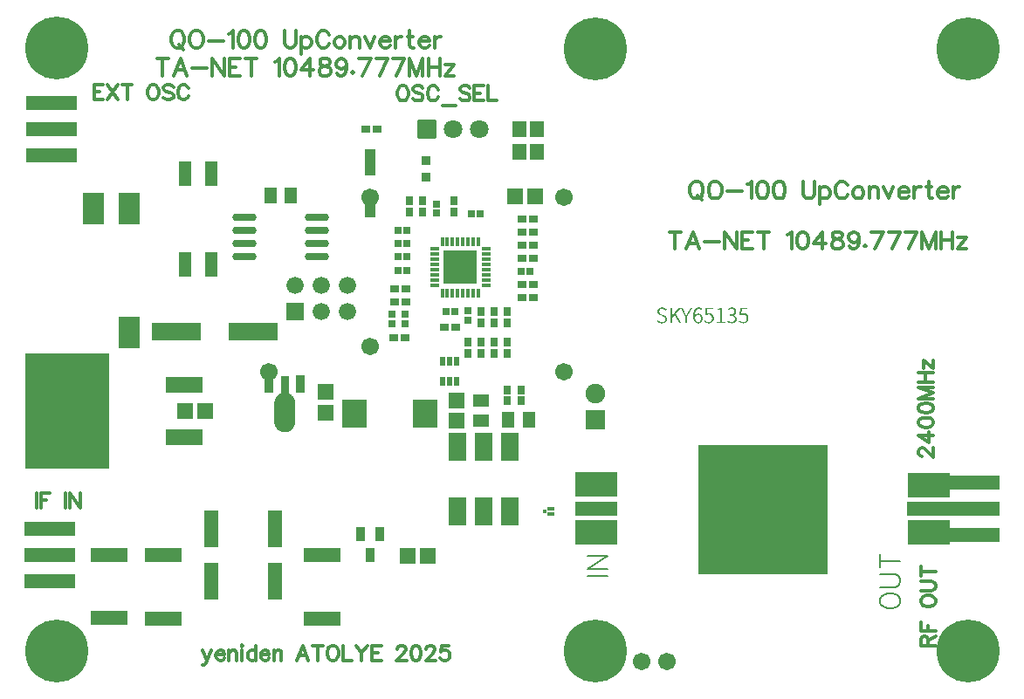
<source format=gts>
G04 Layer: TopSolderMaskLayer*
G04 EasyEDA v6.5.51, 2025-10-24 11:51:23*
G04 97615f8f373a41e584ce2743ba089a90,41e67a4a1722464fbd0118792d3d5ae6,10*
G04 Gerber Generator version 0.2*
G04 Scale: 100 percent, Rotated: No, Reflected: No *
G04 Dimensions in millimeters *
G04 leading zeros omitted , absolute positions ,4 integer and 5 decimal *
%FSLAX45Y45*%
%MOMM*%

%AMMACRO1*4,1,8,-6.271,-6.3008,-6.3008,-6.271,-6.3008,6.2711,-6.271,6.3008,6.271,6.3008,6.3008,6.2711,6.3008,-6.271,6.271,-6.3008,-6.271,-6.3008,0*%
%AMMACRO2*4,1,8,-4.021,-5.5508,-4.0508,-5.521,-4.0508,5.521,-4.021,5.5508,4.021,5.5508,4.0508,5.521,4.0508,-5.521,4.021,-5.5508,-4.021,-5.5508,0*%
%AMMACRO3*4,1,8,-0.8707,-0.9,-0.9,-0.8707,-0.9,0.8707,-0.8707,0.9,0.8707,0.9,0.9,0.8707,0.9,-0.8707,0.8707,-0.9,-0.8707,-0.9,0*%
%AMMACRO4*4,1,8,-0.6211,-0.7508,-0.6508,-0.721,-0.6508,0.7211,-0.6211,0.7508,0.621,0.7508,0.6508,0.7211,0.6508,-0.721,0.621,-0.7508,-0.6211,-0.7508,0*%
%AMMACRO5*4,1,8,-0.9211,-0.9508,-0.9508,-0.921,-0.9508,0.9211,-0.9211,0.9508,0.921,0.9508,0.9508,0.9211,0.9508,-0.921,0.921,-0.9508,-0.9211,-0.9508,0*%
%AMMACRO6*4,1,8,-2.3211,-0.8508,-2.3508,-0.821,-2.3508,0.8211,-2.3211,0.8508,2.321,0.8508,2.3508,0.8211,2.3508,-0.821,2.321,-0.8508,-2.3211,-0.8508,0*%
%AMMACRO7*4,1,8,-0.7261,-0.7258,-0.7558,-0.696,-0.7558,0.6961,-0.7261,0.7258,0.726,0.7258,0.7558,0.6961,0.7558,-0.696,0.726,-0.7258,-0.7261,-0.7258,0*%
%AMMACRO8*4,1,8,-0.3711,-0.6758,-0.4008,-0.646,-0.4008,0.646,-0.3711,0.6758,0.371,0.6758,0.4008,0.646,0.4008,-0.646,0.371,-0.6758,-0.3711,-0.6758,0*%
%AMMACRO9*4,1,8,-1.0211,-1.5508,-1.0508,-1.521,-1.0508,1.5211,-1.0211,1.5508,1.021,1.5508,1.0508,1.5211,1.0508,-1.521,1.021,-1.5508,-1.0211,-1.5508,0*%
%AMMACRO10*4,1,8,-0.6623,-1.7788,-0.6921,-1.749,-0.6921,1.749,-0.6623,1.7788,0.6623,1.7788,0.6921,1.749,0.6921,-1.749,0.6623,-1.7788,-0.6623,-1.7788,0*%
%AMMACRO11*4,1,8,-1.749,-0.6921,-1.7788,-0.6623,-1.7788,0.6623,-1.749,0.6921,1.749,0.6921,1.7788,0.6623,1.7788,-0.6623,1.749,-0.6921,-1.749,-0.6921,0*%
%AMMACRO12*4,1,8,-0.1211,-0.1883,-0.1508,-0.1585,-0.1508,0.1586,-0.1211,0.1883,0.121,0.1883,0.1508,0.1586,0.1508,-0.1585,0.121,-0.1883,-0.1211,-0.1883,0*%
%AMMACRO13*4,1,8,-0.1211,-0.1883,-0.1508,-0.1585,-0.1508,0.1585,-0.1211,0.1883,0.121,0.1883,0.1508,0.1585,0.1508,-0.1585,0.121,-0.1883,-0.1211,-0.1883,0*%
%AMMACRO14*4,1,8,-2.4211,-0.6508,-2.4508,-0.621,-2.4508,0.6211,-2.4211,0.6508,2.421,0.6508,2.4508,0.6211,2.4508,-0.621,2.421,-0.6508,-2.4211,-0.6508,0*%
%AMMACRO15*4,1,8,-0.846,-1.3208,-0.8758,-1.291,-0.8758,1.2911,-0.846,1.3208,0.846,1.3208,0.8758,1.2911,0.8758,-1.291,0.846,-1.3208,-0.846,-1.3208,0*%
%AMMACRO16*4,1,8,-0.6961,-0.7558,-0.7258,-0.726,-0.7258,0.7261,-0.6961,0.7558,0.696,0.7558,0.7258,0.7261,0.7258,-0.726,0.696,-0.7558,-0.6961,-0.7558,0*%
%AMMACRO17*4,1,8,-1.1136,-1.3468,-1.1433,-1.317,-1.1433,1.3171,-1.1136,1.3468,1.1135,1.3468,1.1433,1.3171,1.1433,-1.317,1.1135,-1.3468,-1.1136,-1.3468,0*%
%AMMACRO18*4,1,8,-0.511,-1.2808,-0.5408,-1.251,-0.5408,1.2511,-0.511,1.2808,0.511,1.2808,0.5408,1.2511,0.5408,-1.251,0.511,-1.2808,-0.511,-1.2808,0*%
%AMMACRO19*4,1,8,-0.7095,-0.6171,-0.7393,-0.5873,-0.7393,0.5873,-0.7095,0.6171,0.7095,0.6171,0.7393,0.5873,0.7393,-0.5873,0.7095,-0.6171,-0.7095,-0.6171,0*%
%AMMACRO20*4,1,8,-0.5873,-0.7393,-0.6171,-0.7095,-0.6171,0.7095,-0.5873,0.7393,0.5873,0.7393,0.6171,0.7095,0.6171,-0.7095,0.5873,-0.7393,-0.5873,-0.7393,0*%
%AMMACRO21*4,1,8,-1.7711,-0.8008,-1.8008,-0.771,-1.8008,0.7711,-1.7711,0.8008,1.771,0.8008,1.8008,0.7711,1.8008,-0.771,1.771,-0.8008,-1.7711,-0.8008,0*%
%AMMACRO22*4,1,8,-0.357,-0.8383,-0.3868,-0.8085,-0.3868,0.8086,-0.357,0.8383,0.357,0.8383,0.3868,0.8086,0.3868,-0.8085,0.357,-0.8383,-0.357,-0.8383,0*%
%AMMACRO23*4,1,8,-0.5711,-1.1508,-0.6008,-1.121,-0.6008,1.1211,-0.5711,1.1508,0.571,1.1508,0.6008,1.1211,0.6008,-1.121,0.571,-1.1508,-0.5711,-1.1508,0*%
%AMMACRO24*4,1,8,-0.1706,-0.45,-0.1999,-0.4207,-0.1999,0.4207,-0.1706,0.45,0.1705,0.45,0.1999,0.4207,0.1999,-0.4207,0.1705,-0.45,-0.1706,-0.45,0*%
%AMMACRO25*4,1,8,-0.4207,-0.2,-0.45,-0.1707,-0.45,0.1708,-0.4207,0.2,0.4207,0.2,0.45,0.1708,0.45,-0.1707,0.4207,-0.2,-0.4207,-0.2,0*%
%AMMACRO26*4,1,8,-1.5707,-1.6,-1.6,-1.5707,-1.6,1.5707,-1.5707,1.6,1.5707,1.6,1.6,1.5707,1.6,-1.5707,1.5707,-1.6,-1.5707,-1.6,0*%
%AMMACRO27*4,1,8,-0.1961,-0.4408,-0.2258,-0.411,-0.2258,0.411,-0.1961,0.4408,0.196,0.4408,0.2258,0.411,0.2258,-0.411,0.196,-0.4408,-0.1961,-0.4408,0*%
%AMMACRO28*4,1,8,-0.3039,-0.3208,-0.3336,-0.291,-0.3336,0.2911,-0.3039,0.3208,0.3038,0.3208,0.3336,0.2911,0.3336,-0.291,0.3038,-0.3208,-0.3039,-0.3208,0*%
%AMMACRO29*4,1,8,-0.4161,-0.3208,-0.4458,-0.291,-0.4458,0.2911,-0.4161,0.3208,0.4161,0.3208,0.4458,0.2911,0.4458,-0.291,0.4161,-0.3208,-0.4161,-0.3208,0*%
%AMMACRO30*4,1,8,-0.2911,-0.4458,-0.3208,-0.4161,-0.3208,0.4161,-0.2911,0.4458,0.291,0.4458,0.3208,0.4161,0.3208,-0.4161,0.291,-0.4458,-0.2911,-0.4458,0*%
%AMMACRO31*4,1,8,-0.2911,-0.3336,-0.3208,-0.3038,-0.3208,0.3039,-0.2911,0.3336,0.291,0.3336,0.3208,0.3039,0.3208,-0.3038,0.291,-0.3336,-0.2911,-0.3336,0*%
%AMMACRO32*4,1,8,-0.4211,-0.4508,-0.4508,-0.421,-0.4508,0.4211,-0.4211,0.4508,0.421,0.4508,0.4508,0.4211,0.4508,-0.421,0.421,-0.4508,-0.4211,-0.4508,0*%
%AMMACRO33*4,1,8,-2.0211,-0.651,-2.051,-0.6211,-2.051,0.6211,-2.0211,0.651,2.0211,0.651,2.051,0.6211,2.051,-0.6211,2.0211,-0.651,-2.0211,-0.651,0*%
%AMMACRO34*4,1,8,-2.0211,-1.151,-2.051,-1.1211,-2.051,1.1211,-2.0211,1.151,2.0211,1.151,2.051,1.1211,2.051,-1.1211,2.0211,-1.151,-2.0211,-1.151,0*%
%AMMACRO35*4,1,8,-0.8085,-0.8382,-0.8382,-0.8084,-0.8382,0.8085,-0.8085,0.8382,0.8084,0.8382,0.8382,0.8085,0.8382,-0.8084,0.8084,-0.8382,-0.8085,-0.8382,0*%
%AMMACRO36*4,1,8,-0.8211,-0.8508,-0.8508,-0.821,-0.8508,0.8211,-0.8211,0.8508,0.821,0.8508,0.8508,0.8211,0.8508,-0.821,0.821,-0.8508,-0.8211,-0.8508,0*%
%ADD10C,0.3000*%
%ADD11C,0.2032*%
%ADD12MACRO1*%
%ADD13MACRO2*%
%ADD14MACRO3*%
%ADD15C,1.8000*%
%ADD16MACRO4*%
%ADD17C,1.9016*%
%ADD18MACRO5*%
%ADD19C,0.0104*%
%ADD20MACRO6*%
%ADD21MACRO7*%
%ADD22MACRO8*%
%ADD23MACRO9*%
%ADD24MACRO10*%
%ADD25MACRO11*%
%ADD26MACRO12*%
%ADD27MACRO13*%
%ADD28MACRO14*%
%ADD29MACRO15*%
%ADD30MACRO16*%
%ADD31MACRO17*%
%ADD32MACRO18*%
%ADD33MACRO19*%
%ADD34MACRO20*%
%ADD35MACRO21*%
%ADD36MACRO22*%
%ADD37MACRO23*%
%ADD38O,2.351608X0.731596*%
%ADD39MACRO24*%
%ADD40MACRO25*%
%ADD41MACRO26*%
%ADD42MACRO27*%
%ADD43MACRO28*%
%ADD44MACRO29*%
%ADD45MACRO30*%
%ADD46MACRO31*%
%ADD47MACRO32*%
%ADD48MACRO33*%
%ADD49MACRO34*%
%ADD50C,1.7016*%
%ADD51C,1.6764*%
%ADD52MACRO35*%
%ADD53C,6.1016*%
%ADD54MACRO36*%

%LPD*%
G36*
X6199581Y-5847842D02*
G01*
X6193129Y-5848197D01*
X6187033Y-5849162D01*
X6181293Y-5850737D01*
X6175959Y-5852922D01*
X6171082Y-5855614D01*
X6166713Y-5858814D01*
X6162903Y-5862472D01*
X6159652Y-5866587D01*
X6157112Y-5871108D01*
X6155182Y-5875985D01*
X6154013Y-5881217D01*
X6153607Y-5886704D01*
X6154369Y-5894273D01*
X6156401Y-5900877D01*
X6159550Y-5906566D01*
X6163614Y-5911443D01*
X6168237Y-5915609D01*
X6173317Y-5919114D01*
X6178600Y-5922060D01*
X6183833Y-5924550D01*
X6210604Y-5936284D01*
X6215430Y-5938672D01*
X6219748Y-5941212D01*
X6223457Y-5944057D01*
X6226556Y-5947359D01*
X6228892Y-5951220D01*
X6230315Y-5955893D01*
X6230823Y-5961380D01*
X6230264Y-5966866D01*
X6228588Y-5971844D01*
X6225844Y-5976213D01*
X6222085Y-5979922D01*
X6217361Y-5982919D01*
X6211773Y-5985154D01*
X6205321Y-5986576D01*
X6198057Y-5987034D01*
X6192215Y-5986678D01*
X6186474Y-5985713D01*
X6180836Y-5984087D01*
X6175451Y-5981903D01*
X6170218Y-5979210D01*
X6165342Y-5976010D01*
X6160719Y-5972352D01*
X6156401Y-5968238D01*
X6146241Y-5979668D01*
X6151321Y-5984544D01*
X6156807Y-5988913D01*
X6162700Y-5992672D01*
X6168999Y-5995873D01*
X6175705Y-5998413D01*
X6182817Y-6000242D01*
X6190234Y-6001359D01*
X6198057Y-6001766D01*
X6205474Y-6001410D01*
X6212332Y-6000292D01*
X6218732Y-5998565D01*
X6224524Y-5996178D01*
X6229756Y-5993180D01*
X6234379Y-5989726D01*
X6238392Y-5985713D01*
X6241745Y-5981293D01*
X6244386Y-5976467D01*
X6246266Y-5971336D01*
X6247434Y-5965850D01*
X6247841Y-5960110D01*
X6247231Y-5952388D01*
X6245453Y-5945632D01*
X6242608Y-5939790D01*
X6238849Y-5934760D01*
X6234328Y-5930442D01*
X6229096Y-5926683D01*
X6223304Y-5923381D01*
X6217107Y-5920486D01*
X6191199Y-5909411D01*
X6182614Y-5904941D01*
X6178804Y-5902198D01*
X6175502Y-5898997D01*
X6172911Y-5895187D01*
X6171234Y-5890717D01*
X6170625Y-5885434D01*
X6171184Y-5880455D01*
X6172758Y-5875985D01*
X6175248Y-5872073D01*
X6178651Y-5868771D01*
X6182868Y-5866130D01*
X6187795Y-5864199D01*
X6193383Y-5862980D01*
X6199581Y-5862574D01*
X6204762Y-5862828D01*
X6209690Y-5863590D01*
X6214262Y-5864809D01*
X6218631Y-5866434D01*
X6222746Y-5868517D01*
X6226657Y-5870956D01*
X6230366Y-5873699D01*
X6233871Y-5876798D01*
X6242761Y-5866130D01*
X6238748Y-5862269D01*
X6234226Y-5858764D01*
X6229350Y-5855665D01*
X6224066Y-5852972D01*
X6218377Y-5850839D01*
X6212433Y-5849213D01*
X6206134Y-5848197D01*
G37*
G36*
X6555689Y-5847842D02*
G01*
X6551472Y-5847994D01*
X6547256Y-5848502D01*
X6543141Y-5849366D01*
X6539077Y-5850585D01*
X6535166Y-5852160D01*
X6531356Y-5854141D01*
X6527698Y-5856528D01*
X6524193Y-5859322D01*
X6520840Y-5862523D01*
X6517741Y-5866130D01*
X6514795Y-5870194D01*
X6512102Y-5874715D01*
X6509664Y-5879744D01*
X6507530Y-5885180D01*
X6505651Y-5891123D01*
X6504025Y-5897575D01*
X6502755Y-5904534D01*
X6501841Y-5912053D01*
X6501282Y-5920079D01*
X6501079Y-5928614D01*
X6501491Y-5939282D01*
X6517081Y-5939282D01*
X6520992Y-5934354D01*
X6525006Y-5930188D01*
X6529070Y-5926785D01*
X6533134Y-5924042D01*
X6537198Y-5922010D01*
X6541160Y-5920587D01*
X6544970Y-5919724D01*
X6548577Y-5919470D01*
X6555282Y-5920079D01*
X6560972Y-5921959D01*
X6565798Y-5924905D01*
X6569709Y-5928918D01*
X6572707Y-5933897D01*
X6574840Y-5939739D01*
X6576110Y-5946394D01*
X6576517Y-5953760D01*
X6576009Y-5961176D01*
X6574536Y-5967882D01*
X6572148Y-5973826D01*
X6568998Y-5978855D01*
X6565138Y-5982970D01*
X6560667Y-5986018D01*
X6555740Y-5987897D01*
X6550355Y-5988558D01*
X6545580Y-5988202D01*
X6541160Y-5987084D01*
X6537096Y-5985306D01*
X6533388Y-5982766D01*
X6530035Y-5979617D01*
X6527088Y-5975756D01*
X6524447Y-5971235D01*
X6522212Y-5966053D01*
X6520383Y-5960262D01*
X6518909Y-5953861D01*
X6517792Y-5946851D01*
X6517081Y-5939282D01*
X6501491Y-5939282D01*
X6502044Y-5945682D01*
X6503162Y-5953404D01*
X6504736Y-5960516D01*
X6506718Y-5967069D01*
X6509105Y-5973064D01*
X6511848Y-5978499D01*
X6514947Y-5983376D01*
X6518402Y-5987694D01*
X6522161Y-5991402D01*
X6526225Y-5994552D01*
X6530543Y-5997143D01*
X6535166Y-5999175D01*
X6539992Y-6000597D01*
X6545072Y-6001461D01*
X6550355Y-6001766D01*
X6555943Y-6001359D01*
X6561328Y-6000191D01*
X6566458Y-5998311D01*
X6571284Y-5995720D01*
X6575755Y-5992418D01*
X6579819Y-5988507D01*
X6583375Y-5984036D01*
X6586423Y-5978956D01*
X6588912Y-5973368D01*
X6590741Y-5967272D01*
X6591909Y-5960719D01*
X6592265Y-5953760D01*
X6591960Y-5946343D01*
X6590995Y-5939586D01*
X6589369Y-5933440D01*
X6587185Y-5927953D01*
X6584442Y-5923076D01*
X6581140Y-5918911D01*
X6577330Y-5915355D01*
X6572961Y-5912459D01*
X6568186Y-5910173D01*
X6562902Y-5908598D01*
X6557213Y-5907582D01*
X6551117Y-5907278D01*
X6546596Y-5907582D01*
X6542074Y-5908548D01*
X6537502Y-5910021D01*
X6533032Y-5912104D01*
X6528663Y-5914694D01*
X6524498Y-5917793D01*
X6520535Y-5921349D01*
X6516827Y-5925312D01*
X6517182Y-5916777D01*
X6517894Y-5908954D01*
X6518960Y-5901791D01*
X6520383Y-5895340D01*
X6522110Y-5889498D01*
X6524142Y-5884265D01*
X6526428Y-5879642D01*
X6529019Y-5875629D01*
X6531813Y-5872175D01*
X6534810Y-5869228D01*
X6538010Y-5866790D01*
X6541363Y-5864860D01*
X6544919Y-5863386D01*
X6548577Y-5862370D01*
X6552336Y-5861761D01*
X6556197Y-5861558D01*
X6562852Y-5862370D01*
X6569202Y-5864606D01*
X6575044Y-5868212D01*
X6580073Y-5872988D01*
X6589471Y-5862574D01*
X6586321Y-5859526D01*
X6582867Y-5856732D01*
X6579158Y-5854242D01*
X6575145Y-5852058D01*
X6570827Y-5850280D01*
X6566153Y-5848959D01*
X6561124Y-5848146D01*
G37*
G36*
X6876745Y-5847842D02*
G01*
X6870547Y-5848197D01*
X6864705Y-5849213D01*
X6859219Y-5850788D01*
X6854037Y-5852871D01*
X6849109Y-5855462D01*
X6844487Y-5858459D01*
X6840067Y-5861761D01*
X6835851Y-5865368D01*
X6844995Y-5876036D01*
X6851700Y-5870244D01*
X6859219Y-5865622D01*
X6867398Y-5862523D01*
X6876237Y-5861304D01*
X6881977Y-5861812D01*
X6887057Y-5863183D01*
X6891477Y-5865317D01*
X6895185Y-5868212D01*
X6898182Y-5871768D01*
X6900367Y-5875934D01*
X6901688Y-5880658D01*
X6902145Y-5885942D01*
X6901942Y-5890006D01*
X6901230Y-5893866D01*
X6900011Y-5897524D01*
X6898233Y-5900928D01*
X6895896Y-5904077D01*
X6892950Y-5906871D01*
X6889343Y-5909360D01*
X6885076Y-5911443D01*
X6880098Y-5913120D01*
X6874357Y-5914390D01*
X6867855Y-5915152D01*
X6860489Y-5915406D01*
X6860489Y-5928360D01*
X6868668Y-5928614D01*
X6875983Y-5929376D01*
X6882434Y-5930595D01*
X6888022Y-5932271D01*
X6892848Y-5934354D01*
X6896963Y-5936894D01*
X6900316Y-5939739D01*
X6903008Y-5942990D01*
X6904990Y-5946597D01*
X6906412Y-5950458D01*
X6907225Y-5954674D01*
X6907479Y-5959094D01*
X6906920Y-5965444D01*
X6905193Y-5971133D01*
X6902450Y-5976061D01*
X6898741Y-5980226D01*
X6894220Y-5983579D01*
X6888937Y-5986018D01*
X6882993Y-5987542D01*
X6876491Y-5988050D01*
X6870141Y-5987694D01*
X6864350Y-5986627D01*
X6859066Y-5984951D01*
X6854291Y-5982766D01*
X6849922Y-5980176D01*
X6845909Y-5977229D01*
X6838899Y-5970778D01*
X6830263Y-5981446D01*
X6834124Y-5985306D01*
X6838492Y-5989015D01*
X6843369Y-5992469D01*
X6848856Y-5995517D01*
X6854952Y-5998108D01*
X6861759Y-6000038D01*
X6869226Y-6001308D01*
X6877507Y-6001766D01*
X6883908Y-6001461D01*
X6890003Y-6000496D01*
X6895744Y-5998921D01*
X6901129Y-5996686D01*
X6906107Y-5993942D01*
X6910628Y-5990590D01*
X6914540Y-5986678D01*
X6917893Y-5982258D01*
X6920585Y-5977331D01*
X6922617Y-5971895D01*
X6923836Y-5966002D01*
X6924243Y-5959602D01*
X6923633Y-5952236D01*
X6921753Y-5945530D01*
X6918858Y-5939586D01*
X6914946Y-5934354D01*
X6910273Y-5929934D01*
X6904888Y-5926277D01*
X6898894Y-5923483D01*
X6892493Y-5921502D01*
X6892493Y-5920740D01*
X6898182Y-5918352D01*
X6903313Y-5915355D01*
X6907885Y-5911748D01*
X6911746Y-5907582D01*
X6914896Y-5902756D01*
X6917232Y-5897372D01*
X6918655Y-5891326D01*
X6919163Y-5884672D01*
X6918807Y-5879033D01*
X6917740Y-5873851D01*
X6915962Y-5869076D01*
X6913575Y-5864758D01*
X6910628Y-5860897D01*
X6907123Y-5857494D01*
X6903110Y-5854598D01*
X6898589Y-5852210D01*
X6893661Y-5850331D01*
X6888378Y-5848959D01*
X6882739Y-5848146D01*
G37*
G36*
X6277559Y-5850382D02*
G01*
X6277559Y-5999226D01*
X6294577Y-5999226D01*
X6294577Y-5951220D01*
X6320993Y-5919724D01*
X6366713Y-5999226D01*
X6385509Y-5999226D01*
X6331915Y-5906770D01*
X6378651Y-5850382D01*
X6359347Y-5850382D01*
X6294831Y-5927090D01*
X6294577Y-5927090D01*
X6294577Y-5850382D01*
G37*
G36*
X6383223Y-5850382D02*
G01*
X6427927Y-5940806D01*
X6427927Y-5999226D01*
X6444691Y-5999226D01*
X6444691Y-5940806D01*
X6489395Y-5850382D01*
X6472123Y-5850382D01*
X6436817Y-5926074D01*
X6436055Y-5926074D01*
X6401257Y-5850382D01*
G37*
G36*
X6623507Y-5850382D02*
G01*
X6618681Y-5919470D01*
X6627825Y-5925312D01*
X6634022Y-5921451D01*
X6639966Y-5918657D01*
X6646214Y-5916980D01*
X6653225Y-5916422D01*
X6660134Y-5917031D01*
X6666331Y-5918809D01*
X6671767Y-5921756D01*
X6676339Y-5925769D01*
X6680047Y-5930798D01*
X6682740Y-5936792D01*
X6684416Y-5943701D01*
X6684975Y-5951474D01*
X6684314Y-5959449D01*
X6682384Y-5966612D01*
X6679387Y-5972860D01*
X6675374Y-5978144D01*
X6670497Y-5982360D01*
X6664959Y-5985459D01*
X6658813Y-5987389D01*
X6652209Y-5988050D01*
X6645960Y-5987694D01*
X6640271Y-5986627D01*
X6635089Y-5985052D01*
X6630365Y-5982919D01*
X6626047Y-5980379D01*
X6622135Y-5977534D01*
X6618478Y-5974486D01*
X6615125Y-5971286D01*
X6606743Y-5982208D01*
X6610654Y-5985916D01*
X6615023Y-5989472D01*
X6619900Y-5992774D01*
X6625285Y-5995720D01*
X6631330Y-5998210D01*
X6638036Y-6000089D01*
X6645503Y-6001359D01*
X6653733Y-6001766D01*
X6659880Y-6001410D01*
X6665874Y-6000242D01*
X6671665Y-5998413D01*
X6677152Y-5995822D01*
X6682282Y-5992520D01*
X6687007Y-5988558D01*
X6691172Y-5983884D01*
X6694779Y-5978601D01*
X6697725Y-5972606D01*
X6699910Y-5966002D01*
X6701281Y-5958789D01*
X6701739Y-5950966D01*
X6701332Y-5943142D01*
X6700164Y-5936081D01*
X6698234Y-5929731D01*
X6695643Y-5924092D01*
X6692442Y-5919165D01*
X6688683Y-5914948D01*
X6684416Y-5911392D01*
X6679641Y-5908497D01*
X6674561Y-5906262D01*
X6669074Y-5904738D01*
X6663283Y-5903772D01*
X6657289Y-5903468D01*
X6650685Y-5903925D01*
X6644741Y-5905195D01*
X6639255Y-5907227D01*
X6633921Y-5909818D01*
X6637985Y-5864606D01*
X6694627Y-5864606D01*
X6694627Y-5850382D01*
G37*
G36*
X6768033Y-5850382D02*
G01*
X6761835Y-5853734D01*
X6754825Y-5856528D01*
X6746900Y-5858764D01*
X6737807Y-5860542D01*
X6737807Y-5871464D01*
X6763969Y-5871464D01*
X6763969Y-5985510D01*
X6730695Y-5985510D01*
X6730695Y-5999226D01*
X6810705Y-5999226D01*
X6810705Y-5985510D01*
X6780479Y-5985510D01*
X6780479Y-5850382D01*
G37*
G36*
X6958025Y-5850382D02*
G01*
X6953453Y-5919470D01*
X6962597Y-5925312D01*
X6968744Y-5921451D01*
X6974636Y-5918657D01*
X6980732Y-5916980D01*
X6987743Y-5916422D01*
X6994652Y-5917031D01*
X7000900Y-5918809D01*
X7006386Y-5921756D01*
X7011009Y-5925769D01*
X7014718Y-5930798D01*
X7017461Y-5936792D01*
X7019188Y-5943701D01*
X7019747Y-5951474D01*
X7019086Y-5959449D01*
X7017156Y-5966612D01*
X7014108Y-5972860D01*
X7010044Y-5978144D01*
X7005167Y-5982360D01*
X6999630Y-5985459D01*
X6993534Y-5987389D01*
X6986981Y-5988050D01*
X6980631Y-5987694D01*
X6974890Y-5986627D01*
X6969658Y-5985052D01*
X6964934Y-5982919D01*
X6960666Y-5980379D01*
X6956755Y-5977534D01*
X6953199Y-5974486D01*
X6949897Y-5971286D01*
X6941515Y-5982208D01*
X6945426Y-5985916D01*
X6949744Y-5989472D01*
X6954570Y-5992774D01*
X6959955Y-5995720D01*
X6966000Y-5998210D01*
X6972706Y-6000089D01*
X6980174Y-6001359D01*
X6988505Y-6001766D01*
X6994601Y-6001410D01*
X7000544Y-6000242D01*
X7006285Y-5998413D01*
X7011720Y-5995822D01*
X7016851Y-5992520D01*
X7021525Y-5988558D01*
X7025741Y-5983884D01*
X7029297Y-5978601D01*
X7032244Y-5972606D01*
X7034428Y-5966002D01*
X7035800Y-5958789D01*
X7036257Y-5950966D01*
X7035850Y-5943142D01*
X7034682Y-5936081D01*
X7032802Y-5929731D01*
X7030212Y-5924092D01*
X7027062Y-5919165D01*
X7023303Y-5914948D01*
X7019036Y-5911392D01*
X7014311Y-5908497D01*
X7009180Y-5906262D01*
X7003694Y-5904738D01*
X6997852Y-5903772D01*
X6991807Y-5903468D01*
X6985203Y-5903925D01*
X6979310Y-5905195D01*
X6973874Y-5907227D01*
X6968693Y-5909818D01*
X6972757Y-5864606D01*
X7029145Y-5864606D01*
X7029145Y-5850382D01*
G37*
D10*
X6325664Y-5113273D02*
G01*
X6325664Y-5280405D01*
X6270038Y-5113273D02*
G01*
X6381290Y-5113273D01*
X6497368Y-5113273D02*
G01*
X6433868Y-5280405D01*
X6497368Y-5113273D02*
G01*
X6561122Y-5280405D01*
X6457744Y-5224779D02*
G01*
X6537246Y-5224779D01*
X6613700Y-5208778D02*
G01*
X6756702Y-5208778D01*
X6809280Y-5113273D02*
G01*
X6809280Y-5280405D01*
X6809280Y-5113273D02*
G01*
X6920786Y-5280405D01*
X6920786Y-5113273D02*
G01*
X6920786Y-5280405D01*
X6973110Y-5113273D02*
G01*
X6973110Y-5280405D01*
X6973110Y-5113273D02*
G01*
X7076488Y-5113273D01*
X6973110Y-5193029D02*
G01*
X7036864Y-5193029D01*
X6973110Y-5280405D02*
G01*
X7076488Y-5280405D01*
X7184692Y-5113273D02*
G01*
X7184692Y-5280405D01*
X7129066Y-5113273D02*
G01*
X7240318Y-5113273D01*
X7415324Y-5145278D02*
G01*
X7431326Y-5137150D01*
X7455202Y-5113273D01*
X7455202Y-5280405D01*
X7555532Y-5113273D02*
G01*
X7531656Y-5121402D01*
X7515654Y-5145278D01*
X7507780Y-5184902D01*
X7507780Y-5208778D01*
X7515654Y-5248655D01*
X7531656Y-5272531D01*
X7555532Y-5280405D01*
X7571280Y-5280405D01*
X7595156Y-5272531D01*
X7611158Y-5248655D01*
X7619032Y-5208778D01*
X7619032Y-5184902D01*
X7611158Y-5145278D01*
X7595156Y-5121402D01*
X7571280Y-5113273D01*
X7555532Y-5113273D01*
X7751112Y-5113273D02*
G01*
X7671610Y-5224779D01*
X7790990Y-5224779D01*
X7751112Y-5113273D02*
G01*
X7751112Y-5280405D01*
X7883192Y-5113273D02*
G01*
X7859316Y-5121402D01*
X7851442Y-5137150D01*
X7851442Y-5153152D01*
X7859316Y-5169154D01*
X7875318Y-5177028D01*
X7907068Y-5184902D01*
X7930944Y-5193029D01*
X7946692Y-5208778D01*
X7954820Y-5224779D01*
X7954820Y-5248655D01*
X7946692Y-5264404D01*
X7938818Y-5272531D01*
X7914942Y-5280405D01*
X7883192Y-5280405D01*
X7859316Y-5272531D01*
X7851442Y-5264404D01*
X7843314Y-5248655D01*
X7843314Y-5224779D01*
X7851442Y-5208778D01*
X7867190Y-5193029D01*
X7891066Y-5184902D01*
X7922816Y-5177028D01*
X7938818Y-5169154D01*
X7946692Y-5153152D01*
X7946692Y-5137150D01*
X7938818Y-5121402D01*
X7914942Y-5113273D01*
X7883192Y-5113273D01*
X8110776Y-5169154D02*
G01*
X8102648Y-5193029D01*
X8086900Y-5208778D01*
X8063024Y-5216905D01*
X8054896Y-5216905D01*
X8031020Y-5208778D01*
X8015272Y-5193029D01*
X8007144Y-5169154D01*
X8007144Y-5161026D01*
X8015272Y-5137150D01*
X8031020Y-5121402D01*
X8054896Y-5113273D01*
X8063024Y-5113273D01*
X8086900Y-5121402D01*
X8102648Y-5137150D01*
X8110776Y-5169154D01*
X8110776Y-5208778D01*
X8102648Y-5248655D01*
X8086900Y-5272531D01*
X8063024Y-5280405D01*
X8047022Y-5280405D01*
X8023146Y-5272531D01*
X8015272Y-5256529D01*
X8171228Y-5240781D02*
G01*
X8163100Y-5248655D01*
X8171228Y-5256529D01*
X8179102Y-5248655D01*
X8171228Y-5240781D01*
X8342932Y-5113273D02*
G01*
X8263430Y-5280405D01*
X8231680Y-5113273D02*
G01*
X8342932Y-5113273D01*
X8506762Y-5113273D02*
G01*
X8427260Y-5280405D01*
X8395510Y-5113273D02*
G01*
X8506762Y-5113273D01*
X8670592Y-5113273D02*
G01*
X8591090Y-5280405D01*
X8559340Y-5113273D02*
G01*
X8670592Y-5113273D01*
X8723170Y-5113273D02*
G01*
X8723170Y-5280405D01*
X8723170Y-5113273D02*
G01*
X8786924Y-5280405D01*
X8850424Y-5113273D02*
G01*
X8786924Y-5280405D01*
X8850424Y-5113273D02*
G01*
X8850424Y-5280405D01*
X8903002Y-5113273D02*
G01*
X8903002Y-5280405D01*
X9014254Y-5113273D02*
G01*
X9014254Y-5280405D01*
X8903002Y-5193029D02*
G01*
X9014254Y-5193029D01*
X9154208Y-5169154D02*
G01*
X9066832Y-5280405D01*
X9066832Y-5169154D02*
G01*
X9154208Y-5169154D01*
X9066832Y-5280405D02*
G01*
X9154208Y-5280405D01*
X6517688Y-4623307D02*
G01*
X6501686Y-4631436D01*
X6485938Y-4647184D01*
X6478064Y-4663186D01*
X6469936Y-4687062D01*
X6469936Y-4726686D01*
X6478064Y-4750562D01*
X6485938Y-4766563D01*
X6501686Y-4782565D01*
X6517688Y-4790439D01*
X6549438Y-4790439D01*
X6565440Y-4782565D01*
X6581442Y-4766563D01*
X6589316Y-4750562D01*
X6597190Y-4726686D01*
X6597190Y-4687062D01*
X6589316Y-4663186D01*
X6581442Y-4647184D01*
X6565440Y-4631436D01*
X6549438Y-4623307D01*
X6517688Y-4623307D01*
X6541564Y-4758689D02*
G01*
X6589316Y-4806442D01*
X6697520Y-4623307D02*
G01*
X6681518Y-4631436D01*
X6665770Y-4647184D01*
X6657642Y-4663186D01*
X6649768Y-4687062D01*
X6649768Y-4726686D01*
X6657642Y-4750562D01*
X6665770Y-4766563D01*
X6681518Y-4782565D01*
X6697520Y-4790439D01*
X6729270Y-4790439D01*
X6745272Y-4782565D01*
X6761020Y-4766563D01*
X6769148Y-4750562D01*
X6777022Y-4726686D01*
X6777022Y-4687062D01*
X6769148Y-4663186D01*
X6761020Y-4647184D01*
X6745272Y-4631436D01*
X6729270Y-4623307D01*
X6697520Y-4623307D01*
X6829600Y-4718812D02*
G01*
X6972602Y-4718812D01*
X7025180Y-4655312D02*
G01*
X7041182Y-4647184D01*
X7065058Y-4623307D01*
X7065058Y-4790439D01*
X7165134Y-4623307D02*
G01*
X7141258Y-4631436D01*
X7125510Y-4655312D01*
X7117382Y-4694936D01*
X7117382Y-4718812D01*
X7125510Y-4758689D01*
X7141258Y-4782565D01*
X7165134Y-4790439D01*
X7181136Y-4790439D01*
X7205012Y-4782565D01*
X7221014Y-4758689D01*
X7228888Y-4718812D01*
X7228888Y-4694936D01*
X7221014Y-4655312D01*
X7205012Y-4631436D01*
X7181136Y-4623307D01*
X7165134Y-4623307D01*
X7328964Y-4623307D02*
G01*
X7305088Y-4631436D01*
X7289340Y-4655312D01*
X7281466Y-4694936D01*
X7281466Y-4718812D01*
X7289340Y-4758689D01*
X7305088Y-4782565D01*
X7328964Y-4790439D01*
X7344966Y-4790439D01*
X7368842Y-4782565D01*
X7384844Y-4758689D01*
X7392718Y-4718812D01*
X7392718Y-4694936D01*
X7384844Y-4655312D01*
X7368842Y-4631436D01*
X7344966Y-4623307D01*
X7328964Y-4623307D01*
X7567724Y-4623307D02*
G01*
X7567724Y-4742687D01*
X7575598Y-4766563D01*
X7591600Y-4782565D01*
X7615476Y-4790439D01*
X7631224Y-4790439D01*
X7655100Y-4782565D01*
X7671102Y-4766563D01*
X7678976Y-4742687D01*
X7678976Y-4623307D01*
X7731554Y-4679187D02*
G01*
X7731554Y-4846065D01*
X7731554Y-4703063D02*
G01*
X7747556Y-4687062D01*
X7763304Y-4679187D01*
X7787180Y-4679187D01*
X7803182Y-4687062D01*
X7819184Y-4703063D01*
X7827058Y-4726686D01*
X7827058Y-4742687D01*
X7819184Y-4766563D01*
X7803182Y-4782565D01*
X7787180Y-4790439D01*
X7763304Y-4790439D01*
X7747556Y-4782565D01*
X7731554Y-4766563D01*
X7998762Y-4663186D02*
G01*
X7990888Y-4647184D01*
X7974886Y-4631436D01*
X7959138Y-4623307D01*
X7927134Y-4623307D01*
X7911386Y-4631436D01*
X7895384Y-4647184D01*
X7887510Y-4663186D01*
X7879636Y-4687062D01*
X7879636Y-4726686D01*
X7887510Y-4750562D01*
X7895384Y-4766563D01*
X7911386Y-4782565D01*
X7927134Y-4790439D01*
X7959138Y-4790439D01*
X7974886Y-4782565D01*
X7990888Y-4766563D01*
X7998762Y-4750562D01*
X8091218Y-4679187D02*
G01*
X8075216Y-4687062D01*
X8059214Y-4703063D01*
X8051340Y-4726686D01*
X8051340Y-4742687D01*
X8059214Y-4766563D01*
X8075216Y-4782565D01*
X8091218Y-4790439D01*
X8115094Y-4790439D01*
X8130842Y-4782565D01*
X8146844Y-4766563D01*
X8154718Y-4742687D01*
X8154718Y-4726686D01*
X8146844Y-4703063D01*
X8130842Y-4687062D01*
X8115094Y-4679187D01*
X8091218Y-4679187D01*
X8207296Y-4679187D02*
G01*
X8207296Y-4790439D01*
X8207296Y-4710937D02*
G01*
X8231172Y-4687062D01*
X8246920Y-4679187D01*
X8270796Y-4679187D01*
X8286798Y-4687062D01*
X8294672Y-4710937D01*
X8294672Y-4790439D01*
X8347250Y-4679187D02*
G01*
X8395002Y-4790439D01*
X8442754Y-4679187D02*
G01*
X8395002Y-4790439D01*
X8495332Y-4726686D02*
G01*
X8590582Y-4726686D01*
X8590582Y-4710937D01*
X8582708Y-4694936D01*
X8574834Y-4687062D01*
X8558832Y-4679187D01*
X8534956Y-4679187D01*
X8518954Y-4687062D01*
X8503206Y-4703063D01*
X8495332Y-4726686D01*
X8495332Y-4742687D01*
X8503206Y-4766563D01*
X8518954Y-4782565D01*
X8534956Y-4790439D01*
X8558832Y-4790439D01*
X8574834Y-4782565D01*
X8590582Y-4766563D01*
X8643160Y-4679187D02*
G01*
X8643160Y-4790439D01*
X8643160Y-4726686D02*
G01*
X8651034Y-4703063D01*
X8667036Y-4687062D01*
X8683038Y-4679187D01*
X8706914Y-4679187D01*
X8783114Y-4623307D02*
G01*
X8783114Y-4758689D01*
X8791242Y-4782565D01*
X8806990Y-4790439D01*
X8822992Y-4790439D01*
X8759238Y-4679187D02*
G01*
X8814864Y-4679187D01*
X8875316Y-4726686D02*
G01*
X8970820Y-4726686D01*
X8970820Y-4710937D01*
X8962946Y-4694936D01*
X8955072Y-4687062D01*
X8939070Y-4679187D01*
X8915194Y-4679187D01*
X8899192Y-4687062D01*
X8883444Y-4703063D01*
X8875316Y-4726686D01*
X8875316Y-4742687D01*
X8883444Y-4766563D01*
X8899192Y-4782565D01*
X8915194Y-4790439D01*
X8939070Y-4790439D01*
X8955072Y-4782565D01*
X8970820Y-4766563D01*
X9023398Y-4679187D02*
G01*
X9023398Y-4790439D01*
X9023398Y-4726686D02*
G01*
X9031272Y-4703063D01*
X9047274Y-4687062D01*
X9063276Y-4679187D01*
X9087152Y-4679187D01*
X130047Y-7648702D02*
G01*
X130047Y-7791704D01*
X175005Y-7648702D02*
G01*
X175005Y-7791704D01*
X175005Y-7648702D02*
G01*
X263652Y-7648702D01*
X175005Y-7716773D02*
G01*
X229615Y-7716773D01*
X413512Y-7648702D02*
G01*
X413512Y-7791704D01*
X458723Y-7648702D02*
G01*
X458723Y-7791704D01*
X458723Y-7648702D02*
G01*
X553973Y-7791704D01*
X553973Y-7648702D02*
G01*
X553973Y-7791704D01*
X1746757Y-9176258D02*
G01*
X1787652Y-9271762D01*
X1828545Y-9176258D02*
G01*
X1787652Y-9271762D01*
X1774189Y-9299194D01*
X1760473Y-9312655D01*
X1746757Y-9319513D01*
X1739900Y-9319513D01*
X1873757Y-9217152D02*
G01*
X1955545Y-9217152D01*
X1955545Y-9203689D01*
X1948688Y-9189974D01*
X1941829Y-9183115D01*
X1928113Y-9176258D01*
X1907794Y-9176258D01*
X1894078Y-9183115D01*
X1880362Y-9196831D01*
X1873757Y-9217152D01*
X1873757Y-9230868D01*
X1880362Y-9251442D01*
X1894078Y-9264904D01*
X1907794Y-9271762D01*
X1928113Y-9271762D01*
X1941829Y-9264904D01*
X1955545Y-9251442D01*
X2000504Y-9176258D02*
G01*
X2000504Y-9271762D01*
X2000504Y-9203689D02*
G01*
X2020824Y-9183115D01*
X2034540Y-9176258D01*
X2055113Y-9176258D01*
X2068575Y-9183115D01*
X2075434Y-9203689D01*
X2075434Y-9271762D01*
X2120391Y-9128505D02*
G01*
X2127250Y-9135363D01*
X2134108Y-9128505D01*
X2127250Y-9121902D01*
X2120391Y-9128505D01*
X2127250Y-9176258D02*
G01*
X2127250Y-9271762D01*
X2260854Y-9128505D02*
G01*
X2260854Y-9271762D01*
X2260854Y-9196831D02*
G01*
X2247391Y-9183115D01*
X2233675Y-9176258D01*
X2213102Y-9176258D01*
X2199640Y-9183115D01*
X2185924Y-9196831D01*
X2179065Y-9217152D01*
X2179065Y-9230868D01*
X2185924Y-9251442D01*
X2199640Y-9264904D01*
X2213102Y-9271762D01*
X2233675Y-9271762D01*
X2247391Y-9264904D01*
X2260854Y-9251442D01*
X2305811Y-9217152D02*
G01*
X2387854Y-9217152D01*
X2387854Y-9203689D01*
X2380995Y-9189974D01*
X2374138Y-9183115D01*
X2360422Y-9176258D01*
X2340102Y-9176258D01*
X2326386Y-9183115D01*
X2312670Y-9196831D01*
X2305811Y-9217152D01*
X2305811Y-9230868D01*
X2312670Y-9251442D01*
X2326386Y-9264904D01*
X2340102Y-9271762D01*
X2360422Y-9271762D01*
X2374138Y-9264904D01*
X2387854Y-9251442D01*
X2432811Y-9176258D02*
G01*
X2432811Y-9271762D01*
X2432811Y-9203689D02*
G01*
X2453131Y-9183115D01*
X2466847Y-9176258D01*
X2487168Y-9176258D01*
X2500884Y-9183115D01*
X2507741Y-9203689D01*
X2507741Y-9271762D01*
X2712211Y-9128505D02*
G01*
X2657602Y-9271762D01*
X2712211Y-9128505D02*
G01*
X2766822Y-9271762D01*
X2678175Y-9224010D02*
G01*
X2746247Y-9224010D01*
X2859531Y-9128505D02*
G01*
X2859531Y-9271762D01*
X2811779Y-9128505D02*
G01*
X2907284Y-9128505D01*
X2993136Y-9128505D02*
G01*
X2979420Y-9135363D01*
X2965958Y-9149079D01*
X2959100Y-9162795D01*
X2952241Y-9183115D01*
X2952241Y-9217152D01*
X2959100Y-9237726D01*
X2965958Y-9251442D01*
X2979420Y-9264904D01*
X2993136Y-9271762D01*
X3020568Y-9271762D01*
X3034029Y-9264904D01*
X3047745Y-9251442D01*
X3054604Y-9237726D01*
X3061461Y-9217152D01*
X3061461Y-9183115D01*
X3054604Y-9162795D01*
X3047745Y-9149079D01*
X3034029Y-9135363D01*
X3020568Y-9128505D01*
X2993136Y-9128505D01*
X3106420Y-9128505D02*
G01*
X3106420Y-9271762D01*
X3106420Y-9271762D02*
G01*
X3188208Y-9271762D01*
X3233165Y-9128505D02*
G01*
X3287775Y-9196831D01*
X3287775Y-9271762D01*
X3342386Y-9128505D02*
G01*
X3287775Y-9196831D01*
X3387343Y-9128505D02*
G01*
X3387343Y-9271762D01*
X3387343Y-9128505D02*
G01*
X3475990Y-9128505D01*
X3387343Y-9196831D02*
G01*
X3441700Y-9196831D01*
X3387343Y-9271762D02*
G01*
X3475990Y-9271762D01*
X3632708Y-9162795D02*
G01*
X3632708Y-9155937D01*
X3639565Y-9142221D01*
X3646424Y-9135363D01*
X3659886Y-9128505D01*
X3687318Y-9128505D01*
X3700779Y-9135363D01*
X3707638Y-9142221D01*
X3714495Y-9155937D01*
X3714495Y-9169654D01*
X3707638Y-9183115D01*
X3694175Y-9203689D01*
X3625850Y-9271762D01*
X3721354Y-9271762D01*
X3807206Y-9128505D02*
G01*
X3786886Y-9135363D01*
X3773170Y-9155937D01*
X3766311Y-9189974D01*
X3766311Y-9210547D01*
X3773170Y-9244584D01*
X3786886Y-9264904D01*
X3807206Y-9271762D01*
X3820922Y-9271762D01*
X3841241Y-9264904D01*
X3854958Y-9244584D01*
X3861815Y-9210547D01*
X3861815Y-9189974D01*
X3854958Y-9155937D01*
X3841241Y-9135363D01*
X3820922Y-9128505D01*
X3807206Y-9128505D01*
X3913631Y-9162795D02*
G01*
X3913631Y-9155937D01*
X3920490Y-9142221D01*
X3927347Y-9135363D01*
X3940809Y-9128505D01*
X3968241Y-9128505D01*
X3981704Y-9135363D01*
X3988561Y-9142221D01*
X3995420Y-9155937D01*
X3995420Y-9169654D01*
X3988561Y-9183115D01*
X3975100Y-9203689D01*
X3906774Y-9271762D01*
X4002277Y-9271762D01*
X4129024Y-9128505D02*
G01*
X4060952Y-9128505D01*
X4054093Y-9189974D01*
X4060952Y-9183115D01*
X4081272Y-9176258D01*
X4101845Y-9176258D01*
X4122165Y-9183115D01*
X4135881Y-9196831D01*
X4142740Y-9217152D01*
X4142740Y-9230868D01*
X4135881Y-9251442D01*
X4122165Y-9264904D01*
X4101845Y-9271762D01*
X4081272Y-9271762D01*
X4060952Y-9264904D01*
X4054093Y-9258300D01*
X4047236Y-9244584D01*
X8708522Y-9129930D02*
G01*
X8851778Y-9129930D01*
X8708522Y-9129930D02*
G01*
X8708522Y-9068716D01*
X8715380Y-9048142D01*
X8722238Y-9041284D01*
X8735954Y-9034426D01*
X8749416Y-9034426D01*
X8763132Y-9041284D01*
X8769990Y-9048142D01*
X8776848Y-9068716D01*
X8776848Y-9129930D01*
X8776848Y-9082178D02*
G01*
X8851778Y-9034426D01*
X8708522Y-8989468D02*
G01*
X8851778Y-8989468D01*
X8708522Y-8989468D02*
G01*
X8708522Y-8900822D01*
X8776848Y-8989468D02*
G01*
X8776848Y-8934858D01*
X8708522Y-8710068D02*
G01*
X8715380Y-8723530D01*
X8729096Y-8737246D01*
X8742812Y-8744104D01*
X8763132Y-8750962D01*
X8797168Y-8750962D01*
X8817742Y-8744104D01*
X8831458Y-8737246D01*
X8844920Y-8723530D01*
X8851778Y-8710068D01*
X8851778Y-8682636D01*
X8844920Y-8669174D01*
X8831458Y-8655458D01*
X8817742Y-8648600D01*
X8797168Y-8641742D01*
X8763132Y-8641742D01*
X8742812Y-8648600D01*
X8729096Y-8655458D01*
X8715380Y-8669174D01*
X8708522Y-8682636D01*
X8708522Y-8710068D01*
X8708522Y-8596784D02*
G01*
X8810884Y-8596784D01*
X8831458Y-8589926D01*
X8844920Y-8576464D01*
X8851778Y-8555890D01*
X8851778Y-8542174D01*
X8844920Y-8521854D01*
X8831458Y-8508138D01*
X8810884Y-8501280D01*
X8708522Y-8501280D01*
X8708522Y-8408570D02*
G01*
X8851778Y-8408570D01*
X8708522Y-8456322D02*
G01*
X8708522Y-8360818D01*
X8722613Y-7293152D02*
G01*
X8716009Y-7293152D01*
X8702293Y-7286294D01*
X8695436Y-7279436D01*
X8688577Y-7265974D01*
X8688577Y-7238542D01*
X8695436Y-7225080D01*
X8702293Y-7218222D01*
X8716009Y-7211364D01*
X8729472Y-7211364D01*
X8743188Y-7218222D01*
X8763508Y-7231684D01*
X8831834Y-7300010D01*
X8831834Y-7204506D01*
X8688577Y-7091222D02*
G01*
X8784081Y-7159548D01*
X8784081Y-7057186D01*
X8688577Y-7091222D02*
G01*
X8831834Y-7091222D01*
X8688577Y-6971334D02*
G01*
X8695436Y-6991908D01*
X8716009Y-7005370D01*
X8750045Y-7012228D01*
X8770365Y-7012228D01*
X8804656Y-7005370D01*
X8824975Y-6991908D01*
X8831834Y-6971334D01*
X8831834Y-6957618D01*
X8824975Y-6937298D01*
X8804656Y-6923582D01*
X8770365Y-6916724D01*
X8750045Y-6916724D01*
X8716009Y-6923582D01*
X8695436Y-6937298D01*
X8688577Y-6957618D01*
X8688577Y-6971334D01*
X8688577Y-6830872D02*
G01*
X8695436Y-6851446D01*
X8716009Y-6864908D01*
X8750045Y-6871766D01*
X8770365Y-6871766D01*
X8804656Y-6864908D01*
X8824975Y-6851446D01*
X8831834Y-6830872D01*
X8831834Y-6817156D01*
X8824975Y-6796836D01*
X8804656Y-6783120D01*
X8770365Y-6776262D01*
X8750045Y-6776262D01*
X8716009Y-6783120D01*
X8695436Y-6796836D01*
X8688577Y-6817156D01*
X8688577Y-6830872D01*
X8688577Y-6731304D02*
G01*
X8831834Y-6731304D01*
X8688577Y-6731304D02*
G01*
X8831834Y-6676694D01*
X8688577Y-6622338D02*
G01*
X8831834Y-6676694D01*
X8688577Y-6622338D02*
G01*
X8831834Y-6622338D01*
X8688577Y-6577380D02*
G01*
X8831834Y-6577380D01*
X8688577Y-6481876D02*
G01*
X8831834Y-6481876D01*
X8756904Y-6577380D02*
G01*
X8756904Y-6481876D01*
X8736329Y-6361734D02*
G01*
X8831834Y-6436918D01*
X8736329Y-6436918D02*
G01*
X8736329Y-6361734D01*
X8831834Y-6436918D02*
G01*
X8831834Y-6361734D01*
X690011Y-3688643D02*
G01*
X690011Y-3831899D01*
X690011Y-3688643D02*
G01*
X778657Y-3688643D01*
X690011Y-3756715D02*
G01*
X744621Y-3756715D01*
X690011Y-3831899D02*
G01*
X778657Y-3831899D01*
X823615Y-3688643D02*
G01*
X919119Y-3831899D01*
X919119Y-3688643D02*
G01*
X823615Y-3831899D01*
X1011829Y-3688643D02*
G01*
X1011829Y-3831899D01*
X964077Y-3688643D02*
G01*
X1059581Y-3688643D01*
X1250335Y-3688643D02*
G01*
X1236873Y-3695501D01*
X1223157Y-3709217D01*
X1216299Y-3722679D01*
X1209441Y-3743253D01*
X1209441Y-3777289D01*
X1216299Y-3797609D01*
X1223157Y-3811325D01*
X1236873Y-3825041D01*
X1250335Y-3831899D01*
X1277767Y-3831899D01*
X1291483Y-3825041D01*
X1304945Y-3811325D01*
X1311803Y-3797609D01*
X1318661Y-3777289D01*
X1318661Y-3743253D01*
X1311803Y-3722679D01*
X1304945Y-3709217D01*
X1291483Y-3695501D01*
X1277767Y-3688643D01*
X1250335Y-3688643D01*
X1459123Y-3709217D02*
G01*
X1445407Y-3695501D01*
X1425087Y-3688643D01*
X1397655Y-3688643D01*
X1377335Y-3695501D01*
X1363619Y-3709217D01*
X1363619Y-3722679D01*
X1370477Y-3736395D01*
X1377335Y-3743253D01*
X1390797Y-3750111D01*
X1431691Y-3763573D01*
X1445407Y-3770431D01*
X1452265Y-3777289D01*
X1459123Y-3791005D01*
X1459123Y-3811325D01*
X1445407Y-3825041D01*
X1425087Y-3831899D01*
X1397655Y-3831899D01*
X1377335Y-3825041D01*
X1363619Y-3811325D01*
X1606443Y-3722679D02*
G01*
X1599585Y-3709217D01*
X1585869Y-3695501D01*
X1572153Y-3688643D01*
X1544975Y-3688643D01*
X1531259Y-3695501D01*
X1517797Y-3709217D01*
X1510939Y-3722679D01*
X1504081Y-3743253D01*
X1504081Y-3777289D01*
X1510939Y-3797609D01*
X1517797Y-3811325D01*
X1531259Y-3825041D01*
X1544975Y-3831899D01*
X1572153Y-3831899D01*
X1585869Y-3825041D01*
X1599585Y-3811325D01*
X1606443Y-3797609D01*
X3671013Y-3698552D02*
G01*
X3657297Y-3705410D01*
X3643581Y-3719126D01*
X3636723Y-3732842D01*
X3630119Y-3753162D01*
X3630119Y-3787198D01*
X3636723Y-3807772D01*
X3643581Y-3821234D01*
X3657297Y-3834950D01*
X3671013Y-3841808D01*
X3698191Y-3841808D01*
X3711907Y-3834950D01*
X3725369Y-3821234D01*
X3732227Y-3807772D01*
X3739085Y-3787198D01*
X3739085Y-3753162D01*
X3732227Y-3732842D01*
X3725369Y-3719126D01*
X3711907Y-3705410D01*
X3698191Y-3698552D01*
X3671013Y-3698552D01*
X3879547Y-3719126D02*
G01*
X3865831Y-3705410D01*
X3845511Y-3698552D01*
X3818079Y-3698552D01*
X3797759Y-3705410D01*
X3784043Y-3719126D01*
X3784043Y-3732842D01*
X3790901Y-3746304D01*
X3797759Y-3753162D01*
X3811475Y-3760020D01*
X3852369Y-3773736D01*
X3865831Y-3780340D01*
X3872689Y-3787198D01*
X3879547Y-3800914D01*
X3879547Y-3821234D01*
X3865831Y-3834950D01*
X3845511Y-3841808D01*
X3818079Y-3841808D01*
X3797759Y-3834950D01*
X3784043Y-3821234D01*
X4026867Y-3732842D02*
G01*
X4020009Y-3719126D01*
X4006293Y-3705410D01*
X3992831Y-3698552D01*
X3965399Y-3698552D01*
X3951937Y-3705410D01*
X3938221Y-3719126D01*
X3931363Y-3732842D01*
X3924505Y-3753162D01*
X3924505Y-3787198D01*
X3931363Y-3807772D01*
X3938221Y-3821234D01*
X3951937Y-3834950D01*
X3965399Y-3841808D01*
X3992831Y-3841808D01*
X4006293Y-3834950D01*
X4020009Y-3821234D01*
X4026867Y-3807772D01*
X4071825Y-3889560D02*
G01*
X4194507Y-3889560D01*
X4334969Y-3719126D02*
G01*
X4321253Y-3705410D01*
X4300933Y-3698552D01*
X4273755Y-3698552D01*
X4253181Y-3705410D01*
X4239465Y-3719126D01*
X4239465Y-3732842D01*
X4246323Y-3746304D01*
X4253181Y-3753162D01*
X4266897Y-3760020D01*
X4307791Y-3773736D01*
X4321253Y-3780340D01*
X4328111Y-3787198D01*
X4334969Y-3800914D01*
X4334969Y-3821234D01*
X4321253Y-3834950D01*
X4300933Y-3841808D01*
X4273755Y-3841808D01*
X4253181Y-3834950D01*
X4239465Y-3821234D01*
X4379927Y-3698552D02*
G01*
X4379927Y-3841808D01*
X4379927Y-3698552D02*
G01*
X4468573Y-3698552D01*
X4379927Y-3766878D02*
G01*
X4434537Y-3766878D01*
X4379927Y-3841808D02*
G01*
X4468573Y-3841808D01*
X4513531Y-3698552D02*
G01*
X4513531Y-3841808D01*
X4513531Y-3841808D02*
G01*
X4595573Y-3841808D01*
X1487698Y-3163310D02*
G01*
X1471696Y-3171438D01*
X1455948Y-3187186D01*
X1448074Y-3203188D01*
X1439946Y-3227064D01*
X1439946Y-3266688D01*
X1448074Y-3290564D01*
X1455948Y-3306566D01*
X1471696Y-3322568D01*
X1487698Y-3330442D01*
X1519448Y-3330442D01*
X1535450Y-3322568D01*
X1551452Y-3306566D01*
X1559326Y-3290564D01*
X1567200Y-3266688D01*
X1567200Y-3227064D01*
X1559326Y-3203188D01*
X1551452Y-3187186D01*
X1535450Y-3171438D01*
X1519448Y-3163310D01*
X1487698Y-3163310D01*
X1511574Y-3298692D02*
G01*
X1559326Y-3346444D01*
X1667530Y-3163310D02*
G01*
X1651528Y-3171438D01*
X1635780Y-3187186D01*
X1627652Y-3203188D01*
X1619778Y-3227064D01*
X1619778Y-3266688D01*
X1627652Y-3290564D01*
X1635780Y-3306566D01*
X1651528Y-3322568D01*
X1667530Y-3330442D01*
X1699280Y-3330442D01*
X1715282Y-3322568D01*
X1731030Y-3306566D01*
X1739158Y-3290564D01*
X1747032Y-3266688D01*
X1747032Y-3227064D01*
X1739158Y-3203188D01*
X1731030Y-3187186D01*
X1715282Y-3171438D01*
X1699280Y-3163310D01*
X1667530Y-3163310D01*
X1799610Y-3258814D02*
G01*
X1942612Y-3258814D01*
X1995190Y-3195314D02*
G01*
X2011192Y-3187186D01*
X2035068Y-3163310D01*
X2035068Y-3330442D01*
X2135144Y-3163310D02*
G01*
X2111268Y-3171438D01*
X2095520Y-3195314D01*
X2087392Y-3234938D01*
X2087392Y-3258814D01*
X2095520Y-3298692D01*
X2111268Y-3322568D01*
X2135144Y-3330442D01*
X2151146Y-3330442D01*
X2175022Y-3322568D01*
X2191024Y-3298692D01*
X2198898Y-3258814D01*
X2198898Y-3234938D01*
X2191024Y-3195314D01*
X2175022Y-3171438D01*
X2151146Y-3163310D01*
X2135144Y-3163310D01*
X2298974Y-3163310D02*
G01*
X2275098Y-3171438D01*
X2259350Y-3195314D01*
X2251476Y-3234938D01*
X2251476Y-3258814D01*
X2259350Y-3298692D01*
X2275098Y-3322568D01*
X2298974Y-3330442D01*
X2314976Y-3330442D01*
X2338852Y-3322568D01*
X2354854Y-3298692D01*
X2362728Y-3258814D01*
X2362728Y-3234938D01*
X2354854Y-3195314D01*
X2338852Y-3171438D01*
X2314976Y-3163310D01*
X2298974Y-3163310D01*
X2537734Y-3163310D02*
G01*
X2537734Y-3282690D01*
X2545608Y-3306566D01*
X2561610Y-3322568D01*
X2585486Y-3330442D01*
X2601234Y-3330442D01*
X2625110Y-3322568D01*
X2641112Y-3306566D01*
X2648986Y-3282690D01*
X2648986Y-3163310D01*
X2701564Y-3219190D02*
G01*
X2701564Y-3386068D01*
X2701564Y-3243066D02*
G01*
X2717566Y-3227064D01*
X2733314Y-3219190D01*
X2757190Y-3219190D01*
X2773192Y-3227064D01*
X2789194Y-3243066D01*
X2797068Y-3266688D01*
X2797068Y-3282690D01*
X2789194Y-3306566D01*
X2773192Y-3322568D01*
X2757190Y-3330442D01*
X2733314Y-3330442D01*
X2717566Y-3322568D01*
X2701564Y-3306566D01*
X2968772Y-3203188D02*
G01*
X2960898Y-3187186D01*
X2944896Y-3171438D01*
X2929148Y-3163310D01*
X2897144Y-3163310D01*
X2881396Y-3171438D01*
X2865394Y-3187186D01*
X2857520Y-3203188D01*
X2849646Y-3227064D01*
X2849646Y-3266688D01*
X2857520Y-3290564D01*
X2865394Y-3306566D01*
X2881396Y-3322568D01*
X2897144Y-3330442D01*
X2929148Y-3330442D01*
X2944896Y-3322568D01*
X2960898Y-3306566D01*
X2968772Y-3290564D01*
X3061228Y-3219190D02*
G01*
X3045226Y-3227064D01*
X3029224Y-3243066D01*
X3021350Y-3266688D01*
X3021350Y-3282690D01*
X3029224Y-3306566D01*
X3045226Y-3322568D01*
X3061228Y-3330442D01*
X3085104Y-3330442D01*
X3100852Y-3322568D01*
X3116854Y-3306566D01*
X3124728Y-3282690D01*
X3124728Y-3266688D01*
X3116854Y-3243066D01*
X3100852Y-3227064D01*
X3085104Y-3219190D01*
X3061228Y-3219190D01*
X3177306Y-3219190D02*
G01*
X3177306Y-3330442D01*
X3177306Y-3250940D02*
G01*
X3201182Y-3227064D01*
X3216930Y-3219190D01*
X3240806Y-3219190D01*
X3256808Y-3227064D01*
X3264682Y-3250940D01*
X3264682Y-3330442D01*
X3317260Y-3219190D02*
G01*
X3365012Y-3330442D01*
X3412764Y-3219190D02*
G01*
X3365012Y-3330442D01*
X3465342Y-3266688D02*
G01*
X3560592Y-3266688D01*
X3560592Y-3250940D01*
X3552718Y-3234938D01*
X3544844Y-3227064D01*
X3528842Y-3219190D01*
X3504966Y-3219190D01*
X3488964Y-3227064D01*
X3473216Y-3243066D01*
X3465342Y-3266688D01*
X3465342Y-3282690D01*
X3473216Y-3306566D01*
X3488964Y-3322568D01*
X3504966Y-3330442D01*
X3528842Y-3330442D01*
X3544844Y-3322568D01*
X3560592Y-3306566D01*
X3613170Y-3219190D02*
G01*
X3613170Y-3330442D01*
X3613170Y-3266688D02*
G01*
X3621044Y-3243066D01*
X3637046Y-3227064D01*
X3653048Y-3219190D01*
X3676924Y-3219190D01*
X3753124Y-3163310D02*
G01*
X3753124Y-3298692D01*
X3761252Y-3322568D01*
X3777000Y-3330442D01*
X3793002Y-3330442D01*
X3729248Y-3219190D02*
G01*
X3784874Y-3219190D01*
X3845326Y-3266688D02*
G01*
X3940830Y-3266688D01*
X3940830Y-3250940D01*
X3932956Y-3234938D01*
X3925082Y-3227064D01*
X3909080Y-3219190D01*
X3885204Y-3219190D01*
X3869202Y-3227064D01*
X3853454Y-3243066D01*
X3845326Y-3266688D01*
X3845326Y-3282690D01*
X3853454Y-3306566D01*
X3869202Y-3322568D01*
X3885204Y-3330442D01*
X3909080Y-3330442D01*
X3925082Y-3322568D01*
X3940830Y-3306566D01*
X3993408Y-3219190D02*
G01*
X3993408Y-3330442D01*
X3993408Y-3266688D02*
G01*
X4001282Y-3243066D01*
X4017284Y-3227064D01*
X4033286Y-3219190D01*
X4057162Y-3219190D01*
X1355674Y-3433284D02*
G01*
X1355674Y-3600416D01*
X1300048Y-3433284D02*
G01*
X1411300Y-3433284D01*
X1527378Y-3433284D02*
G01*
X1463878Y-3600416D01*
X1527378Y-3433284D02*
G01*
X1591132Y-3600416D01*
X1487754Y-3544790D02*
G01*
X1567256Y-3544790D01*
X1643710Y-3528788D02*
G01*
X1786712Y-3528788D01*
X1839290Y-3433284D02*
G01*
X1839290Y-3600416D01*
X1839290Y-3433284D02*
G01*
X1950796Y-3600416D01*
X1950796Y-3433284D02*
G01*
X1950796Y-3600416D01*
X2003120Y-3433284D02*
G01*
X2003120Y-3600416D01*
X2003120Y-3433284D02*
G01*
X2106498Y-3433284D01*
X2003120Y-3513040D02*
G01*
X2066874Y-3513040D01*
X2003120Y-3600416D02*
G01*
X2106498Y-3600416D01*
X2214702Y-3433284D02*
G01*
X2214702Y-3600416D01*
X2159076Y-3433284D02*
G01*
X2270328Y-3433284D01*
X2445334Y-3465288D02*
G01*
X2461336Y-3457160D01*
X2485212Y-3433284D01*
X2485212Y-3600416D01*
X2585542Y-3433284D02*
G01*
X2561666Y-3441412D01*
X2545664Y-3465288D01*
X2537790Y-3504912D01*
X2537790Y-3528788D01*
X2545664Y-3568666D01*
X2561666Y-3592542D01*
X2585542Y-3600416D01*
X2601290Y-3600416D01*
X2625166Y-3592542D01*
X2641168Y-3568666D01*
X2649042Y-3528788D01*
X2649042Y-3504912D01*
X2641168Y-3465288D01*
X2625166Y-3441412D01*
X2601290Y-3433284D01*
X2585542Y-3433284D01*
X2781122Y-3433284D02*
G01*
X2701620Y-3544790D01*
X2821000Y-3544790D01*
X2781122Y-3433284D02*
G01*
X2781122Y-3600416D01*
X2913202Y-3433284D02*
G01*
X2889326Y-3441412D01*
X2881452Y-3457160D01*
X2881452Y-3473162D01*
X2889326Y-3489164D01*
X2905328Y-3497038D01*
X2937078Y-3504912D01*
X2960954Y-3513040D01*
X2976702Y-3528788D01*
X2984830Y-3544790D01*
X2984830Y-3568666D01*
X2976702Y-3584414D01*
X2968828Y-3592542D01*
X2944952Y-3600416D01*
X2913202Y-3600416D01*
X2889326Y-3592542D01*
X2881452Y-3584414D01*
X2873324Y-3568666D01*
X2873324Y-3544790D01*
X2881452Y-3528788D01*
X2897200Y-3513040D01*
X2921076Y-3504912D01*
X2952826Y-3497038D01*
X2968828Y-3489164D01*
X2976702Y-3473162D01*
X2976702Y-3457160D01*
X2968828Y-3441412D01*
X2944952Y-3433284D01*
X2913202Y-3433284D01*
X3140786Y-3489164D02*
G01*
X3132658Y-3513040D01*
X3116910Y-3528788D01*
X3093034Y-3536916D01*
X3084906Y-3536916D01*
X3061030Y-3528788D01*
X3045282Y-3513040D01*
X3037154Y-3489164D01*
X3037154Y-3481036D01*
X3045282Y-3457160D01*
X3061030Y-3441412D01*
X3084906Y-3433284D01*
X3093034Y-3433284D01*
X3116910Y-3441412D01*
X3132658Y-3457160D01*
X3140786Y-3489164D01*
X3140786Y-3528788D01*
X3132658Y-3568666D01*
X3116910Y-3592542D01*
X3093034Y-3600416D01*
X3077032Y-3600416D01*
X3053156Y-3592542D01*
X3045282Y-3576540D01*
X3201238Y-3560792D02*
G01*
X3193110Y-3568666D01*
X3201238Y-3576540D01*
X3209112Y-3568666D01*
X3201238Y-3560792D01*
X3372942Y-3433284D02*
G01*
X3293440Y-3600416D01*
X3261690Y-3433284D02*
G01*
X3372942Y-3433284D01*
X3536772Y-3433284D02*
G01*
X3457270Y-3600416D01*
X3425520Y-3433284D02*
G01*
X3536772Y-3433284D01*
X3700602Y-3433284D02*
G01*
X3621100Y-3600416D01*
X3589350Y-3433284D02*
G01*
X3700602Y-3433284D01*
X3753180Y-3433284D02*
G01*
X3753180Y-3600416D01*
X3753180Y-3433284D02*
G01*
X3816934Y-3600416D01*
X3880434Y-3433284D02*
G01*
X3816934Y-3600416D01*
X3880434Y-3433284D02*
G01*
X3880434Y-3600416D01*
X3933012Y-3433284D02*
G01*
X3933012Y-3600416D01*
X4044264Y-3433284D02*
G01*
X4044264Y-3600416D01*
X3933012Y-3513040D02*
G01*
X4044264Y-3513040D01*
X4184218Y-3489164D02*
G01*
X4096842Y-3600416D01*
X4096842Y-3489164D02*
G01*
X4184218Y-3489164D01*
X4096842Y-3600416D02*
G01*
X4184218Y-3600416D01*
D11*
X8314977Y-8714480D02*
G01*
X8324121Y-8733022D01*
X8342663Y-8751564D01*
X8361205Y-8760708D01*
X8388891Y-8770106D01*
X8435119Y-8770106D01*
X8462805Y-8760708D01*
X8481093Y-8751564D01*
X8499635Y-8733022D01*
X8508779Y-8714480D01*
X8508779Y-8677650D01*
X8499635Y-8659108D01*
X8481093Y-8640566D01*
X8462805Y-8631422D01*
X8435119Y-8622278D01*
X8388891Y-8622278D01*
X8361205Y-8631422D01*
X8342663Y-8640566D01*
X8324121Y-8659108D01*
X8314977Y-8677650D01*
X8314977Y-8714480D01*
X8314977Y-8561318D02*
G01*
X8453407Y-8561318D01*
X8481093Y-8551920D01*
X8499635Y-8533632D01*
X8508779Y-8505946D01*
X8508779Y-8487404D01*
X8499635Y-8459718D01*
X8481093Y-8441176D01*
X8453407Y-8432032D01*
X8314977Y-8432032D01*
X8314977Y-8306302D02*
G01*
X8508779Y-8306302D01*
X8314977Y-8371072D02*
G01*
X8314977Y-8241786D01*
X5474954Y-8450038D02*
G01*
X5668756Y-8450038D01*
X5474954Y-8389078D02*
G01*
X5668756Y-8389078D01*
X5474954Y-8389078D02*
G01*
X5668756Y-8259792D01*
X5474954Y-8259792D02*
G01*
X5668756Y-8259792D01*
D12*
G01*
X7179984Y-7809984D03*
D13*
G01*
X429988Y-6849988D03*
D14*
G01*
X3915917Y-4119879D03*
D15*
G01*
X4169918Y-4119879D03*
G01*
X4423918Y-4119879D03*
D16*
G01*
X4984978Y-4339991D03*
G01*
X4984978Y-4119991D03*
G01*
X4814976Y-4119991D03*
G01*
X4814976Y-4339991D03*
D17*
G01*
X5550001Y-6682994D03*
D18*
G01*
X5549988Y-6936986D03*
D20*
G01*
X1487545Y-6079985D03*
G01*
X2232426Y-6079985D03*
D21*
G01*
X1569984Y-6849983D03*
G01*
X1769988Y-6849983D03*
G01*
X4969992Y-4769990D03*
G01*
X4769987Y-4769990D03*
D22*
G01*
X3464989Y-8049983D03*
G01*
X3274998Y-8049983D03*
G01*
X3369994Y-8249983D03*
D23*
G01*
X1034981Y-6089985D03*
G01*
X684982Y-4889987D03*
G01*
X1034981Y-4889987D03*
D24*
G01*
X2444206Y-8506393D03*
G01*
X1830953Y-8506393D03*
D25*
G01*
X838189Y-8248578D03*
G01*
X838189Y-8861831D03*
G01*
X1359997Y-8253356D03*
G01*
X1359997Y-8866609D03*
G01*
X2899994Y-8253356D03*
G01*
X2899994Y-8866609D03*
D26*
G01*
X5099989Y-7804992D03*
G01*
X5139994Y-7804992D03*
D27*
G01*
X5139994Y-7854977D03*
G01*
X5099989Y-7854977D03*
D26*
G01*
X5059989Y-7829985D03*
D28*
G01*
X259994Y-7995005D03*
G01*
X259994Y-8504986D03*
G01*
X259999Y-8249996D03*
G01*
X9229986Y-8054962D03*
G01*
X9229986Y-7544981D03*
G01*
X9229981Y-7799971D03*
G01*
X279384Y-3860827D03*
G01*
X279384Y-4370809D03*
G01*
X279389Y-4115818D03*
D29*
G01*
X4215991Y-7823984D03*
G01*
X4469991Y-7823984D03*
G01*
X4723991Y-7823984D03*
G01*
X4723991Y-7195985D03*
G01*
X4469991Y-7195985D03*
G01*
X4215991Y-7195985D03*
D30*
G01*
X2939983Y-6869986D03*
G01*
X2939983Y-6669981D03*
D31*
G01*
X3903644Y-6879983D03*
G01*
X3216320Y-6879983D03*
D32*
G01*
X3369993Y-4841996D03*
G01*
X3369993Y-4437984D03*
D30*
G01*
X4209991Y-6749983D03*
G01*
X4209991Y-6949988D03*
D33*
G01*
X4439994Y-6753359D03*
G01*
X4439994Y-6946612D03*
D24*
G01*
X2444206Y-7996394D03*
G01*
X1830953Y-7996394D03*
D34*
G01*
X2399990Y-4759990D03*
G01*
X2599999Y-4759990D03*
G01*
X4909995Y-6939986D03*
G01*
X4709985Y-6939986D03*
D35*
G01*
X1565188Y-7103983D03*
G01*
X1565188Y-6595983D03*
G36*
X2537767Y-7058279D02*
G01*
X2537533Y-7058273D01*
X2533086Y-7058065D01*
X2532852Y-7058047D01*
X2528417Y-7057631D01*
X2528183Y-7057605D01*
X2523771Y-7056981D01*
X2523540Y-7056940D01*
X2519166Y-7056109D01*
X2518938Y-7056061D01*
X2514605Y-7055027D01*
X2514376Y-7054969D01*
X2510096Y-7053732D01*
X2509875Y-7053661D01*
X2505659Y-7052226D01*
X2505435Y-7052144D01*
X2501292Y-7050511D01*
X2501079Y-7050420D01*
X2497015Y-7048596D01*
X2496802Y-7048494D01*
X2492829Y-7046480D01*
X2492623Y-7046371D01*
X2488747Y-7044174D01*
X2488547Y-7044054D01*
X2484780Y-7041680D01*
X2484584Y-7041548D01*
X2480932Y-7038997D01*
X2480741Y-7038860D01*
X2477213Y-7036142D01*
X2477030Y-7035995D01*
X2473634Y-7033115D01*
X2473459Y-7032957D01*
X2470200Y-7029919D01*
X2470035Y-7029757D01*
X2466924Y-7026572D01*
X2466764Y-7026402D01*
X2463802Y-7023072D01*
X2463650Y-7022891D01*
X2460851Y-7019429D01*
X2460706Y-7019241D01*
X2458072Y-7015650D01*
X2457940Y-7015459D01*
X2455476Y-7011748D01*
X2455351Y-7011550D01*
X2453063Y-7007727D01*
X2452946Y-7007524D01*
X2450840Y-7003600D01*
X2450734Y-7003389D01*
X2448816Y-6999368D01*
X2448722Y-6999157D01*
X2446992Y-6995053D01*
X2446906Y-6994832D01*
X2445372Y-6990651D01*
X2445296Y-6990430D01*
X2443960Y-6986181D01*
X2443894Y-6985955D01*
X2442758Y-6981649D01*
X2442705Y-6981423D01*
X2441770Y-6977067D01*
X2441724Y-6976833D01*
X2440998Y-6972439D01*
X2440965Y-6972208D01*
X2440444Y-6967783D01*
X2440424Y-6967550D01*
X2440111Y-6963107D01*
X2440101Y-6962876D01*
X2439995Y-6958423D01*
X2439992Y-6958304D01*
X2439992Y-6772884D01*
X2439995Y-6772765D01*
X2440101Y-6768312D01*
X2440111Y-6768081D01*
X2440424Y-6763638D01*
X2440444Y-6763405D01*
X2440965Y-6758980D01*
X2440998Y-6758749D01*
X2441724Y-6754355D01*
X2441770Y-6754121D01*
X2442705Y-6749765D01*
X2442758Y-6749539D01*
X2443894Y-6745234D01*
X2443960Y-6745008D01*
X2445296Y-6740758D01*
X2445372Y-6740537D01*
X2446906Y-6736356D01*
X2446992Y-6736135D01*
X2448722Y-6732031D01*
X2448816Y-6731820D01*
X2450734Y-6727799D01*
X2450840Y-6727588D01*
X2452946Y-6723664D01*
X2453063Y-6723461D01*
X2455351Y-6719638D01*
X2455476Y-6719440D01*
X2457940Y-6715729D01*
X2458072Y-6715539D01*
X2460706Y-6711947D01*
X2460851Y-6711759D01*
X2463650Y-6708297D01*
X2463802Y-6708117D01*
X2466764Y-6704787D01*
X2466924Y-6704617D01*
X2470035Y-6701431D01*
X2470200Y-6701269D01*
X2473459Y-6698231D01*
X2473634Y-6698073D01*
X2477030Y-6695193D01*
X2477213Y-6695046D01*
X2480741Y-6692328D01*
X2480932Y-6692191D01*
X2484584Y-6689641D01*
X2484780Y-6689509D01*
X2488547Y-6687134D01*
X2488747Y-6687014D01*
X2492623Y-6684817D01*
X2492829Y-6684708D01*
X2496802Y-6682694D01*
X2497020Y-6682590D01*
X2497244Y-6682496D01*
X2497472Y-6682412D01*
X2497706Y-6682341D01*
X2497942Y-6682280D01*
X2501991Y-6681348D01*
X2501991Y-6515597D01*
X2502014Y-6515107D01*
X2502087Y-6514622D01*
X2502207Y-6514144D01*
X2502372Y-6513682D01*
X2502580Y-6513240D01*
X2502834Y-6512819D01*
X2503126Y-6512425D01*
X2503457Y-6512062D01*
X2503820Y-6511731D01*
X2504213Y-6511439D01*
X2504635Y-6511185D01*
X2505077Y-6510977D01*
X2505539Y-6510812D01*
X2506017Y-6510693D01*
X2506502Y-6510619D01*
X2506992Y-6510596D01*
X2572992Y-6510596D01*
X2573482Y-6510619D01*
X2573967Y-6510693D01*
X2574444Y-6510812D01*
X2574907Y-6510977D01*
X2575349Y-6511185D01*
X2575770Y-6511439D01*
X2576164Y-6511731D01*
X2576527Y-6512062D01*
X2576857Y-6512425D01*
X2577150Y-6512819D01*
X2577404Y-6513240D01*
X2577612Y-6513682D01*
X2577777Y-6514144D01*
X2577896Y-6514622D01*
X2577970Y-6515107D01*
X2577993Y-6515597D01*
X2577993Y-6681348D01*
X2582047Y-6682280D01*
X2582283Y-6682341D01*
X2582514Y-6682412D01*
X2582745Y-6682496D01*
X2582969Y-6682590D01*
X2583187Y-6682694D01*
X2587160Y-6684708D01*
X2587365Y-6684817D01*
X2591241Y-6687014D01*
X2591442Y-6687134D01*
X2595209Y-6689509D01*
X2595405Y-6689641D01*
X2599057Y-6692191D01*
X2599248Y-6692328D01*
X2602776Y-6695046D01*
X2602958Y-6695193D01*
X2606354Y-6698073D01*
X2606530Y-6698231D01*
X2609789Y-6701269D01*
X2609954Y-6701431D01*
X2613065Y-6704617D01*
X2613225Y-6704787D01*
X2616187Y-6708117D01*
X2616339Y-6708297D01*
X2619138Y-6711759D01*
X2619283Y-6711947D01*
X2621917Y-6715539D01*
X2622049Y-6715729D01*
X2624513Y-6719440D01*
X2624637Y-6719638D01*
X2626926Y-6723461D01*
X2627043Y-6723664D01*
X2629148Y-6727588D01*
X2629255Y-6727799D01*
X2631173Y-6731820D01*
X2631267Y-6732031D01*
X2632997Y-6736135D01*
X2633083Y-6736356D01*
X2634617Y-6740537D01*
X2634693Y-6740758D01*
X2636029Y-6745008D01*
X2636095Y-6745234D01*
X2637231Y-6749539D01*
X2637284Y-6749765D01*
X2638219Y-6754121D01*
X2638264Y-6754355D01*
X2638991Y-6758749D01*
X2639024Y-6758980D01*
X2639545Y-6763405D01*
X2639565Y-6763638D01*
X2639877Y-6768081D01*
X2639888Y-6768312D01*
X2639994Y-6772765D01*
X2639997Y-6772884D01*
X2639997Y-6958304D01*
X2639994Y-6958423D01*
X2639888Y-6962876D01*
X2639877Y-6963107D01*
X2639565Y-6967550D01*
X2639545Y-6967783D01*
X2639024Y-6972208D01*
X2638991Y-6972439D01*
X2638264Y-6976833D01*
X2638219Y-6977067D01*
X2637284Y-6981423D01*
X2637231Y-6981649D01*
X2636095Y-6985955D01*
X2636029Y-6986181D01*
X2634693Y-6990430D01*
X2634617Y-6990651D01*
X2633083Y-6994832D01*
X2632997Y-6995053D01*
X2631267Y-6999157D01*
X2631173Y-6999368D01*
X2629255Y-7003389D01*
X2629148Y-7003600D01*
X2627043Y-7007524D01*
X2626926Y-7007727D01*
X2624637Y-7011550D01*
X2624513Y-7011748D01*
X2622049Y-7015459D01*
X2621917Y-7015650D01*
X2619283Y-7019241D01*
X2619138Y-7019429D01*
X2616339Y-7022891D01*
X2616187Y-7023072D01*
X2613225Y-7026402D01*
X2613065Y-7026572D01*
X2609954Y-7029757D01*
X2609789Y-7029919D01*
X2606530Y-7032957D01*
X2606354Y-7033115D01*
X2602958Y-7035995D01*
X2602776Y-7036142D01*
X2599248Y-7038860D01*
X2599057Y-7038997D01*
X2595405Y-7041548D01*
X2595209Y-7041680D01*
X2591442Y-7044054D01*
X2591241Y-7044174D01*
X2587365Y-7046371D01*
X2587160Y-7046480D01*
X2583187Y-7048494D01*
X2582974Y-7048596D01*
X2578910Y-7050420D01*
X2578696Y-7050511D01*
X2574554Y-7052144D01*
X2574330Y-7052226D01*
X2570114Y-7053661D01*
X2569893Y-7053732D01*
X2565613Y-7054969D01*
X2565384Y-7055027D01*
X2561051Y-7056061D01*
X2560822Y-7056109D01*
X2556449Y-7056940D01*
X2556217Y-7056981D01*
X2551805Y-7057605D01*
X2551572Y-7057631D01*
X2547137Y-7058047D01*
X2546903Y-7058065D01*
X2542456Y-7058273D01*
X2542222Y-7058279D01*
G37*
D36*
G01*
X2389987Y-6594353D03*
G01*
X2689987Y-6594353D03*
D37*
G01*
X1572997Y-4549990D03*
G01*
X1826997Y-4549990D03*
G01*
X1826997Y-5429981D03*
G01*
X1572997Y-5429981D03*
D38*
G01*
X2147011Y-4969510D03*
G01*
X2147011Y-5096510D03*
G01*
X2147011Y-5223510D03*
G01*
X2147011Y-5350510D03*
G01*
X2853004Y-4969510D03*
G01*
X2853004Y-5096510D03*
G01*
X2853004Y-5223510D03*
G01*
X2853004Y-5350510D03*
D39*
G01*
X4066795Y-5206399D03*
G01*
X4116782Y-5206399D03*
G01*
X4166795Y-5206399D03*
G01*
X4216782Y-5206399D03*
G01*
X4266794Y-5206399D03*
G01*
X4316782Y-5206399D03*
G01*
X4366794Y-5206399D03*
G01*
X4416781Y-5206399D03*
D40*
G01*
X4491788Y-5281405D03*
G01*
X4491788Y-5331392D03*
G01*
X4491788Y-5381405D03*
G01*
X4491788Y-5431392D03*
G01*
X4491788Y-5481405D03*
G01*
X4491788Y-5531392D03*
G01*
X4491788Y-5581404D03*
G01*
X4491788Y-5631392D03*
D39*
G01*
X4416781Y-5706398D03*
G01*
X4366794Y-5706398D03*
G01*
X4316782Y-5706398D03*
G01*
X4266794Y-5706398D03*
G01*
X4216782Y-5706398D03*
G01*
X4166795Y-5706398D03*
G01*
X4116782Y-5706398D03*
G01*
X4066795Y-5706398D03*
D40*
G01*
X3991789Y-5631392D03*
G01*
X3991789Y-5581404D03*
G01*
X3991789Y-5531392D03*
G01*
X3991789Y-5481405D03*
G01*
X3991789Y-5431392D03*
G01*
X3991789Y-5381405D03*
G01*
X3991789Y-5331392D03*
G01*
X3991789Y-5281405D03*
D41*
G01*
X4241775Y-5456386D03*
D42*
G01*
X4204990Y-6370988D03*
G01*
X4139991Y-6370988D03*
G01*
X4074993Y-6370988D03*
G01*
X4074993Y-6568986D03*
G01*
X4139991Y-6568986D03*
G01*
X4204990Y-6568986D03*
D43*
G01*
X4920072Y-5494505D03*
G01*
X4833506Y-5494505D03*
D44*
G01*
X4953744Y-5113505D03*
G01*
X4844732Y-5113505D03*
G01*
X4844732Y-4986505D03*
G01*
X4953744Y-4986505D03*
G01*
X4953744Y-5367505D03*
G01*
X4844732Y-5367505D03*
D45*
G01*
X4571989Y-5884499D03*
G01*
X4571989Y-5993510D03*
G01*
X4444989Y-5884499D03*
G01*
X4444989Y-5993510D03*
D44*
G01*
X4844732Y-5240505D03*
G01*
X4953744Y-5240505D03*
G01*
X4953744Y-5621505D03*
G01*
X4844732Y-5621505D03*
G01*
X4844732Y-5748505D03*
G01*
X4953744Y-5748505D03*
D45*
G01*
X4698989Y-5993510D03*
G01*
X4698989Y-5884499D03*
D44*
G01*
X4194497Y-6039987D03*
G01*
X4085485Y-6039987D03*
D45*
G01*
X4439991Y-6185481D03*
G01*
X4439991Y-6294493D03*
G01*
X4319991Y-6294493D03*
G01*
X4319991Y-6185481D03*
G01*
X4569990Y-6294493D03*
G01*
X4569990Y-6185481D03*
G01*
X4699990Y-6185481D03*
G01*
X4699990Y-6294493D03*
D46*
G01*
X4317989Y-5883022D03*
G01*
X4317989Y-5969588D03*
D43*
G01*
X4193274Y-5889988D03*
G01*
X4106708Y-5889988D03*
G01*
X3726272Y-5100805D03*
G01*
X3639706Y-5100805D03*
G01*
X3726272Y-5227805D03*
G01*
X3639706Y-5227805D03*
G01*
X3726272Y-5354805D03*
G01*
X3639706Y-5354805D03*
D44*
G01*
X3718295Y-5670405D03*
G01*
X3609284Y-5670405D03*
G01*
X3718295Y-5797405D03*
G01*
X3609284Y-5797405D03*
G01*
X3704498Y-6139987D03*
G01*
X3595486Y-6139987D03*
D46*
G01*
X3579992Y-5916705D03*
G01*
X3579992Y-6003270D03*
G01*
X3709982Y-5916710D03*
G01*
X3709982Y-6003276D03*
D45*
G01*
X4179991Y-4815484D03*
G01*
X4179991Y-4924496D03*
G01*
X3879992Y-4924496D03*
G01*
X3879992Y-4815484D03*
G01*
X3749992Y-4815484D03*
G01*
X3749992Y-4924496D03*
D46*
G01*
X4009991Y-4846707D03*
G01*
X4009991Y-4933273D03*
D43*
G01*
X4346708Y-4939990D03*
G01*
X4433274Y-4939990D03*
G01*
X3636709Y-5489989D03*
G01*
X3723275Y-5489989D03*
D47*
G01*
X3910002Y-4579934D03*
G01*
X3909987Y-4420034D03*
D45*
G01*
X4829990Y-6645480D03*
G01*
X4829990Y-6754492D03*
G01*
X4699990Y-6645480D03*
G01*
X4699990Y-6754492D03*
D48*
G01*
X5564088Y-7801787D03*
G01*
X8777188Y-7801787D03*
D49*
G01*
X5564088Y-8030387D03*
G01*
X5564088Y-7560487D03*
G01*
X8789888Y-7573187D03*
G01*
X8789888Y-8030387D03*
D50*
G01*
X5999988Y-9279991D03*
G01*
X6250000Y-9279991D03*
D21*
G01*
X3929994Y-8259983D03*
G01*
X3729989Y-8259983D03*
D44*
G01*
X3325487Y-4119991D03*
G01*
X3434499Y-4119991D03*
D51*
G01*
X3149600Y-5634202D03*
G01*
X3149600Y-5888202D03*
G01*
X2895600Y-5634202D03*
G01*
X2895600Y-5888202D03*
G01*
X2641600Y-5634202D03*
D52*
G01*
X2641589Y-5888205D03*
D53*
G01*
X9169984Y-3339998D03*
G01*
X329996Y-9179991D03*
D50*
G01*
X2389987Y-6469989D03*
G01*
X5250002Y-6469989D03*
G01*
X3369995Y-6229985D03*
G01*
X3369995Y-4780000D03*
G01*
X5250002Y-4780000D03*
D54*
G01*
X129989Y-6429984D03*
G01*
X339989Y-6429984D03*
G01*
X549988Y-6429984D03*
G01*
X749988Y-6429984D03*
G01*
X749988Y-6639984D03*
G01*
X549988Y-6639984D03*
G01*
X339989Y-6639984D03*
G01*
X129989Y-6639984D03*
G01*
X749988Y-6849983D03*
G01*
X549988Y-6849983D03*
G01*
X339989Y-6849983D03*
G01*
X129989Y-6849983D03*
G01*
X749988Y-7059983D03*
G01*
X549988Y-7059983D03*
G01*
X339989Y-7059983D03*
G01*
X129989Y-7059983D03*
G01*
X749988Y-7269982D03*
G01*
X549988Y-7269982D03*
G01*
X339989Y-7269982D03*
G01*
X129989Y-7269982D03*
G01*
X6959988Y-8229973D03*
G01*
X7169988Y-8229973D03*
G01*
X7379987Y-8229973D03*
G01*
X7579987Y-8229973D03*
G01*
X6959988Y-8019973D03*
G01*
X7169988Y-8019973D03*
G01*
X7379987Y-8019973D03*
G01*
X7579987Y-8019973D03*
G01*
X6959988Y-7809974D03*
G01*
X7169988Y-7809974D03*
G01*
X7379987Y-7809974D03*
G01*
X7579987Y-7809974D03*
G01*
X6959988Y-7599974D03*
G01*
X7169988Y-7599974D03*
G01*
X7379987Y-7599974D03*
G01*
X7579987Y-7599974D03*
G01*
X7579987Y-7389975D03*
G01*
X7379987Y-7389975D03*
G01*
X7169988Y-7389975D03*
G01*
X6959988Y-7389975D03*
G01*
X6739989Y-7389975D03*
G01*
X6739989Y-7599974D03*
G01*
X6739989Y-7809974D03*
G01*
X6739989Y-8019973D03*
G01*
X6739989Y-8229973D03*
D53*
G01*
X329996Y-3329990D03*
G01*
X5550001Y-3339998D03*
G01*
X5549620Y-9179991D03*
G01*
X9169984Y-9179991D03*
M02*

</source>
